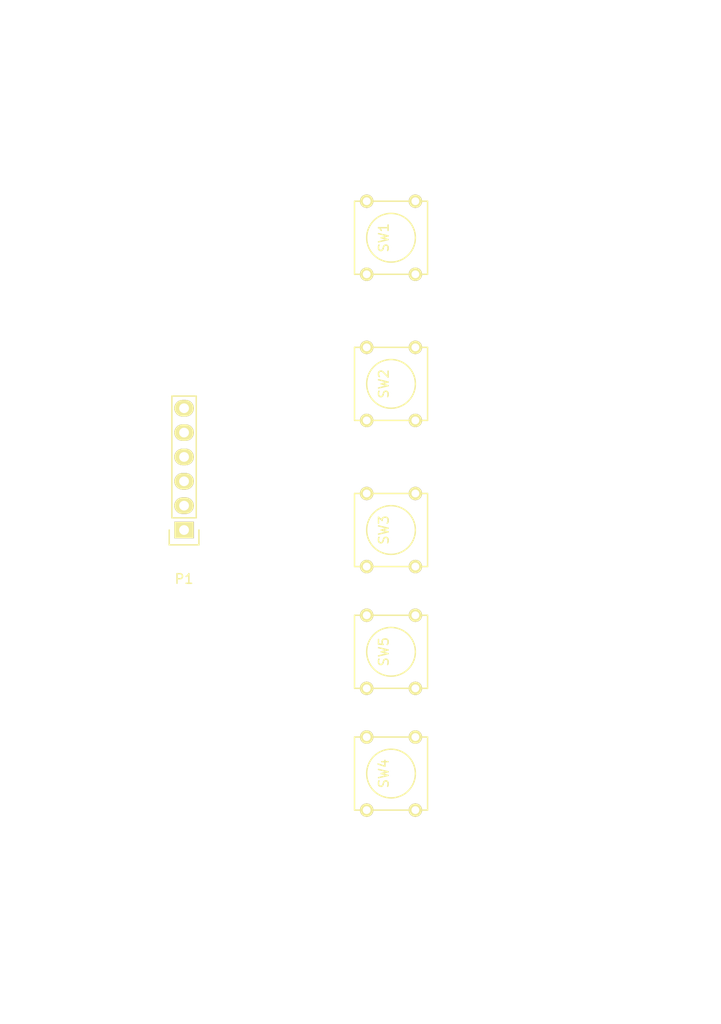
<source format=kicad_pcb>
(kicad_pcb (version 4) (host pcbnew 4.0.2+dfsg1-2~bpo8+1-stable)

  (general
    (links 20)
    (no_connects 20)
    (area 0 0 0 0)
    (thickness 1.6)
    (drawings 4)
    (tracks 0)
    (zones 0)
    (modules 6)
    (nets 7)
  )

  (page A4)
  (layers
    (0 F.Cu signal)
    (31 B.Cu signal)
    (32 B.Adhes user)
    (33 F.Adhes user)
    (34 B.Paste user)
    (35 F.Paste user)
    (36 B.SilkS user)
    (37 F.SilkS user)
    (38 B.Mask user)
    (39 F.Mask user)
    (40 Dwgs.User user)
    (41 Cmts.User user)
    (42 Eco1.User user)
    (43 Eco2.User user)
    (44 Edge.Cuts user)
    (45 Margin user)
    (46 B.CrtYd user)
    (47 F.CrtYd user)
    (48 B.Fab user)
    (49 F.Fab user)
  )

  (setup
    (last_trace_width 0.25)
    (trace_clearance 0.2)
    (zone_clearance 0.508)
    (zone_45_only no)
    (trace_min 0.2)
    (segment_width 0.2)
    (edge_width 0.15)
    (via_size 0.6)
    (via_drill 0.4)
    (via_min_size 0.4)
    (via_min_drill 0.3)
    (uvia_size 0.3)
    (uvia_drill 0.1)
    (uvias_allowed no)
    (uvia_min_size 0.2)
    (uvia_min_drill 0.1)
    (pcb_text_width 0.3)
    (pcb_text_size 1.5 1.5)
    (mod_edge_width 0.15)
    (mod_text_size 1 1)
    (mod_text_width 0.15)
    (pad_size 1.524 1.524)
    (pad_drill 0.762)
    (pad_to_mask_clearance 0.2)
    (aux_axis_origin 153.67 92.71)
    (visible_elements FFFFFF7F)
    (pcbplotparams
      (layerselection 0x00030_80000001)
      (usegerberextensions false)
      (excludeedgelayer true)
      (linewidth 0.100000)
      (plotframeref false)
      (viasonmask false)
      (mode 1)
      (useauxorigin false)
      (hpglpennumber 1)
      (hpglpenspeed 20)
      (hpglpendiameter 15)
      (hpglpenoverlay 2)
      (psnegative false)
      (psa4output false)
      (plotreference true)
      (plotvalue true)
      (plotinvisibletext false)
      (padsonsilk false)
      (subtractmaskfromsilk false)
      (outputformat 1)
      (mirror false)
      (drillshape 1)
      (scaleselection 1)
      (outputdirectory ""))
  )

  (net 0 "")
  (net 1 "Net-(P1-Pad6)")
  (net 2 "Net-(P1-Pad1)")
  (net 3 "Net-(P1-Pad5)")
  (net 4 "Net-(P1-Pad4)")
  (net 5 "Net-(P1-Pad3)")
  (net 6 "Net-(P1-Pad2)")

  (net_class Default "This is the default net class."
    (clearance 0.2)
    (trace_width 0.25)
    (via_dia 0.6)
    (via_drill 0.4)
    (uvia_dia 0.3)
    (uvia_drill 0.1)
    (add_net "Net-(P1-Pad1)")
    (add_net "Net-(P1-Pad2)")
    (add_net "Net-(P1-Pad3)")
    (add_net "Net-(P1-Pad4)")
    (add_net "Net-(P1-Pad5)")
    (add_net "Net-(P1-Pad6)")
  )

  (module Pin_Headers:Pin_Header_Straight_1x06 (layer F.Cu) (tedit 0) (tstamp 57DC3C56)
    (at 105.41 99.06 180)
    (descr "Through hole pin header")
    (tags "pin header")
    (path /57DC368A)
    (fp_text reference P1 (at 0 -5.1 180) (layer F.SilkS)
      (effects (font (size 1 1) (thickness 0.15)))
    )
    (fp_text value CONN_01X06 (at 0 -3.1 180) (layer F.Fab)
      (effects (font (size 1 1) (thickness 0.15)))
    )
    (fp_line (start -1.75 -1.75) (end -1.75 14.45) (layer F.CrtYd) (width 0.05))
    (fp_line (start 1.75 -1.75) (end 1.75 14.45) (layer F.CrtYd) (width 0.05))
    (fp_line (start -1.75 -1.75) (end 1.75 -1.75) (layer F.CrtYd) (width 0.05))
    (fp_line (start -1.75 14.45) (end 1.75 14.45) (layer F.CrtYd) (width 0.05))
    (fp_line (start 1.27 1.27) (end 1.27 13.97) (layer F.SilkS) (width 0.15))
    (fp_line (start 1.27 13.97) (end -1.27 13.97) (layer F.SilkS) (width 0.15))
    (fp_line (start -1.27 13.97) (end -1.27 1.27) (layer F.SilkS) (width 0.15))
    (fp_line (start 1.55 -1.55) (end 1.55 0) (layer F.SilkS) (width 0.15))
    (fp_line (start 1.27 1.27) (end -1.27 1.27) (layer F.SilkS) (width 0.15))
    (fp_line (start -1.55 0) (end -1.55 -1.55) (layer F.SilkS) (width 0.15))
    (fp_line (start -1.55 -1.55) (end 1.55 -1.55) (layer F.SilkS) (width 0.15))
    (pad 1 thru_hole rect (at 0 0 180) (size 2.032 1.7272) (drill 1.016) (layers *.Cu *.Mask F.SilkS)
      (net 2 "Net-(P1-Pad1)"))
    (pad 2 thru_hole oval (at 0 2.54 180) (size 2.032 1.7272) (drill 1.016) (layers *.Cu *.Mask F.SilkS)
      (net 6 "Net-(P1-Pad2)"))
    (pad 3 thru_hole oval (at 0 5.08 180) (size 2.032 1.7272) (drill 1.016) (layers *.Cu *.Mask F.SilkS)
      (net 5 "Net-(P1-Pad3)"))
    (pad 4 thru_hole oval (at 0 7.62 180) (size 2.032 1.7272) (drill 1.016) (layers *.Cu *.Mask F.SilkS)
      (net 4 "Net-(P1-Pad4)"))
    (pad 5 thru_hole oval (at 0 10.16 180) (size 2.032 1.7272) (drill 1.016) (layers *.Cu *.Mask F.SilkS)
      (net 3 "Net-(P1-Pad5)"))
    (pad 6 thru_hole oval (at 0 12.7 180) (size 2.032 1.7272) (drill 1.016) (layers *.Cu *.Mask F.SilkS)
      (net 1 "Net-(P1-Pad6)"))
    (model Pin_Headers.3dshapes/Pin_Header_Straight_1x06.wrl
      (at (xyz 0 -0.25 0))
      (scale (xyz 1 1 1))
      (rotate (xyz 0 0 90))
    )
  )

  (module Buttons_Switches_ThroughHole:SW_PUSH_SMALL (layer F.Cu) (tedit 0) (tstamp 57EADBDF)
    (at 127 68.58 90)
    (path /57DC32CA)
    (fp_text reference SW1 (at 0 -0.762 90) (layer F.SilkS)
      (effects (font (size 1 1) (thickness 0.15)))
    )
    (fp_text value SW_PUSH (at 0 1.016 90) (layer F.Fab)
      (effects (font (size 1 1) (thickness 0.15)))
    )
    (fp_circle (center 0 0) (end 0 -2.54) (layer F.SilkS) (width 0.15))
    (fp_line (start -3.81 -3.81) (end 3.81 -3.81) (layer F.SilkS) (width 0.15))
    (fp_line (start 3.81 -3.81) (end 3.81 3.81) (layer F.SilkS) (width 0.15))
    (fp_line (start 3.81 3.81) (end -3.81 3.81) (layer F.SilkS) (width 0.15))
    (fp_line (start -3.81 -3.81) (end -3.81 3.81) (layer F.SilkS) (width 0.15))
    (pad 1 thru_hole circle (at 3.81 -2.54 90) (size 1.397 1.397) (drill 0.8128) (layers *.Cu *.Mask F.SilkS)
      (net 1 "Net-(P1-Pad6)"))
    (pad 2 thru_hole circle (at 3.81 2.54 90) (size 1.397 1.397) (drill 0.8128) (layers *.Cu *.Mask F.SilkS)
      (net 2 "Net-(P1-Pad1)"))
    (pad 1 thru_hole circle (at -3.81 -2.54 90) (size 1.397 1.397) (drill 0.8128) (layers *.Cu *.Mask F.SilkS)
      (net 1 "Net-(P1-Pad6)"))
    (pad 2 thru_hole circle (at -3.81 2.54 90) (size 1.397 1.397) (drill 0.8128) (layers *.Cu *.Mask F.SilkS)
      (net 2 "Net-(P1-Pad1)"))
  )

  (module Buttons_Switches_ThroughHole:SW_PUSH_SMALL (layer F.Cu) (tedit 0) (tstamp 57EADBE6)
    (at 127 83.82 90)
    (path /57DC331F)
    (fp_text reference SW2 (at 0 -0.762 90) (layer F.SilkS)
      (effects (font (size 1 1) (thickness 0.15)))
    )
    (fp_text value SW_PUSH (at 0 1.016 90) (layer F.Fab)
      (effects (font (size 1 1) (thickness 0.15)))
    )
    (fp_circle (center 0 0) (end 0 -2.54) (layer F.SilkS) (width 0.15))
    (fp_line (start -3.81 -3.81) (end 3.81 -3.81) (layer F.SilkS) (width 0.15))
    (fp_line (start 3.81 -3.81) (end 3.81 3.81) (layer F.SilkS) (width 0.15))
    (fp_line (start 3.81 3.81) (end -3.81 3.81) (layer F.SilkS) (width 0.15))
    (fp_line (start -3.81 -3.81) (end -3.81 3.81) (layer F.SilkS) (width 0.15))
    (pad 1 thru_hole circle (at 3.81 -2.54 90) (size 1.397 1.397) (drill 0.8128) (layers *.Cu *.Mask F.SilkS)
      (net 3 "Net-(P1-Pad5)"))
    (pad 2 thru_hole circle (at 3.81 2.54 90) (size 1.397 1.397) (drill 0.8128) (layers *.Cu *.Mask F.SilkS)
      (net 2 "Net-(P1-Pad1)"))
    (pad 1 thru_hole circle (at -3.81 -2.54 90) (size 1.397 1.397) (drill 0.8128) (layers *.Cu *.Mask F.SilkS)
      (net 3 "Net-(P1-Pad5)"))
    (pad 2 thru_hole circle (at -3.81 2.54 90) (size 1.397 1.397) (drill 0.8128) (layers *.Cu *.Mask F.SilkS)
      (net 2 "Net-(P1-Pad1)"))
  )

  (module Buttons_Switches_ThroughHole:SW_PUSH_SMALL (layer F.Cu) (tedit 0) (tstamp 57EADBED)
    (at 127 99.06 90)
    (path /57DC3388)
    (fp_text reference SW3 (at 0 -0.762 90) (layer F.SilkS)
      (effects (font (size 1 1) (thickness 0.15)))
    )
    (fp_text value SW_PUSH (at 0 1.016 90) (layer F.Fab)
      (effects (font (size 1 1) (thickness 0.15)))
    )
    (fp_circle (center 0 0) (end 0 -2.54) (layer F.SilkS) (width 0.15))
    (fp_line (start -3.81 -3.81) (end 3.81 -3.81) (layer F.SilkS) (width 0.15))
    (fp_line (start 3.81 -3.81) (end 3.81 3.81) (layer F.SilkS) (width 0.15))
    (fp_line (start 3.81 3.81) (end -3.81 3.81) (layer F.SilkS) (width 0.15))
    (fp_line (start -3.81 -3.81) (end -3.81 3.81) (layer F.SilkS) (width 0.15))
    (pad 1 thru_hole circle (at 3.81 -2.54 90) (size 1.397 1.397) (drill 0.8128) (layers *.Cu *.Mask F.SilkS)
      (net 4 "Net-(P1-Pad4)"))
    (pad 2 thru_hole circle (at 3.81 2.54 90) (size 1.397 1.397) (drill 0.8128) (layers *.Cu *.Mask F.SilkS)
      (net 2 "Net-(P1-Pad1)"))
    (pad 1 thru_hole circle (at -3.81 -2.54 90) (size 1.397 1.397) (drill 0.8128) (layers *.Cu *.Mask F.SilkS)
      (net 4 "Net-(P1-Pad4)"))
    (pad 2 thru_hole circle (at -3.81 2.54 90) (size 1.397 1.397) (drill 0.8128) (layers *.Cu *.Mask F.SilkS)
      (net 2 "Net-(P1-Pad1)"))
  )

  (module Buttons_Switches_ThroughHole:SW_PUSH_SMALL (layer F.Cu) (tedit 0) (tstamp 57EADBF4)
    (at 127 124.46 90)
    (path /57DC33BF)
    (fp_text reference SW4 (at 0 -0.762 90) (layer F.SilkS)
      (effects (font (size 1 1) (thickness 0.15)))
    )
    (fp_text value SW_PUSH (at 0 1.016 90) (layer F.Fab)
      (effects (font (size 1 1) (thickness 0.15)))
    )
    (fp_circle (center 0 0) (end 0 -2.54) (layer F.SilkS) (width 0.15))
    (fp_line (start -3.81 -3.81) (end 3.81 -3.81) (layer F.SilkS) (width 0.15))
    (fp_line (start 3.81 -3.81) (end 3.81 3.81) (layer F.SilkS) (width 0.15))
    (fp_line (start 3.81 3.81) (end -3.81 3.81) (layer F.SilkS) (width 0.15))
    (fp_line (start -3.81 -3.81) (end -3.81 3.81) (layer F.SilkS) (width 0.15))
    (pad 1 thru_hole circle (at 3.81 -2.54 90) (size 1.397 1.397) (drill 0.8128) (layers *.Cu *.Mask F.SilkS)
      (net 5 "Net-(P1-Pad3)"))
    (pad 2 thru_hole circle (at 3.81 2.54 90) (size 1.397 1.397) (drill 0.8128) (layers *.Cu *.Mask F.SilkS)
      (net 2 "Net-(P1-Pad1)"))
    (pad 1 thru_hole circle (at -3.81 -2.54 90) (size 1.397 1.397) (drill 0.8128) (layers *.Cu *.Mask F.SilkS)
      (net 5 "Net-(P1-Pad3)"))
    (pad 2 thru_hole circle (at -3.81 2.54 90) (size 1.397 1.397) (drill 0.8128) (layers *.Cu *.Mask F.SilkS)
      (net 2 "Net-(P1-Pad1)"))
  )

  (module Buttons_Switches_ThroughHole:SW_PUSH_SMALL (layer F.Cu) (tedit 0) (tstamp 57EADBFB)
    (at 127 111.76 90)
    (path /57DC3424)
    (fp_text reference SW5 (at 0 -0.762 90) (layer F.SilkS)
      (effects (font (size 1 1) (thickness 0.15)))
    )
    (fp_text value SW_PUSH (at 0 1.016 90) (layer F.Fab)
      (effects (font (size 1 1) (thickness 0.15)))
    )
    (fp_circle (center 0 0) (end 0 -2.54) (layer F.SilkS) (width 0.15))
    (fp_line (start -3.81 -3.81) (end 3.81 -3.81) (layer F.SilkS) (width 0.15))
    (fp_line (start 3.81 -3.81) (end 3.81 3.81) (layer F.SilkS) (width 0.15))
    (fp_line (start 3.81 3.81) (end -3.81 3.81) (layer F.SilkS) (width 0.15))
    (fp_line (start -3.81 -3.81) (end -3.81 3.81) (layer F.SilkS) (width 0.15))
    (pad 1 thru_hole circle (at 3.81 -2.54 90) (size 1.397 1.397) (drill 0.8128) (layers *.Cu *.Mask F.SilkS)
      (net 6 "Net-(P1-Pad2)"))
    (pad 2 thru_hole circle (at 3.81 2.54 90) (size 1.397 1.397) (drill 0.8128) (layers *.Cu *.Mask F.SilkS)
      (net 2 "Net-(P1-Pad1)"))
    (pad 1 thru_hole circle (at -3.81 -2.54 90) (size 1.397 1.397) (drill 0.8128) (layers *.Cu *.Mask F.SilkS)
      (net 6 "Net-(P1-Pad2)"))
    (pad 2 thru_hole circle (at -3.81 2.54 90) (size 1.397 1.397) (drill 0.8128) (layers *.Cu *.Mask F.SilkS)
      (net 2 "Net-(P1-Pad1)"))
  )

  (dimension 74.93 (width 0.3) (layer F.Fab)
    (gr_text "74.930 mm" (at 123.825 45.64) (layer F.Fab)
      (effects (font (size 1.5 1.5) (thickness 0.3)))
    )
    (feature1 (pts (xy 86.36 46.99) (xy 86.36 44.29)))
    (feature2 (pts (xy 161.29 46.99) (xy 161.29 44.29)))
    (crossbar (pts (xy 161.29 46.99) (xy 86.36 46.99)))
    (arrow1a (pts (xy 86.36 46.99) (xy 87.486504 46.403579)))
    (arrow1b (pts (xy 86.36 46.99) (xy 87.486504 47.576421)))
    (arrow2a (pts (xy 161.29 46.99) (xy 160.163496 46.403579)))
    (arrow2b (pts (xy 161.29 46.99) (xy 160.163496 47.576421)))
  )
  (dimension 74.93 (width 0.3) (layer F.Fab)
    (gr_text "74.930 mm" (at 123.825 151.21) (layer F.Fab)
      (effects (font (size 1.5 1.5) (thickness 0.3)))
    )
    (feature1 (pts (xy 161.29 48.26) (xy 161.29 152.56)))
    (feature2 (pts (xy 86.36 48.26) (xy 86.36 152.56)))
    (crossbar (pts (xy 86.36 149.86) (xy 161.29 149.86)))
    (arrow1a (pts (xy 161.29 149.86) (xy 160.163496 150.446421)))
    (arrow1b (pts (xy 161.29 149.86) (xy 160.163496 149.273579)))
    (arrow2a (pts (xy 86.36 149.86) (xy 87.486504 150.446421)))
    (arrow2b (pts (xy 86.36 149.86) (xy 87.486504 149.273579)))
  )
  (dimension 45.72 (width 0.3) (layer F.Fab)
    (gr_text "45.720 mm" (at 118.11 59.69) (layer F.Fab)
      (effects (font (size 1.5 1.5) (thickness 0.3)))
    )
    (feature1 (pts (xy 95.25 59.69) (xy 95.25 59.69)))
    (feature2 (pts (xy 140.97 59.69) (xy 140.97 59.69)))
    (crossbar (pts (xy 140.97 59.69) (xy 95.25 59.69)))
    (arrow1a (pts (xy 95.25 59.69) (xy 96.376504 59.103579)))
    (arrow1b (pts (xy 95.25 59.69) (xy 96.376504 60.276421)))
    (arrow2a (pts (xy 140.97 59.69) (xy 139.843496 59.103579)))
    (arrow2b (pts (xy 140.97 59.69) (xy 139.843496 60.276421)))
  )
  (dimension 45.72 (width 0.3) (layer F.Fab)
    (gr_text "45.720 mm" (at 118.11 134.7) (layer F.Fab)
      (effects (font (size 1.5 1.5) (thickness 0.3)))
    )
    (feature1 (pts (xy 140.97 59.69) (xy 140.97 136.05)))
    (feature2 (pts (xy 95.25 59.69) (xy 95.25 136.05)))
    (crossbar (pts (xy 95.25 133.35) (xy 140.97 133.35)))
    (arrow1a (pts (xy 140.97 133.35) (xy 139.843496 133.936421)))
    (arrow1b (pts (xy 140.97 133.35) (xy 139.843496 132.763579)))
    (arrow2a (pts (xy 95.25 133.35) (xy 96.376504 133.936421)))
    (arrow2b (pts (xy 95.25 133.35) (xy 96.376504 132.763579)))
  )

)

</source>
